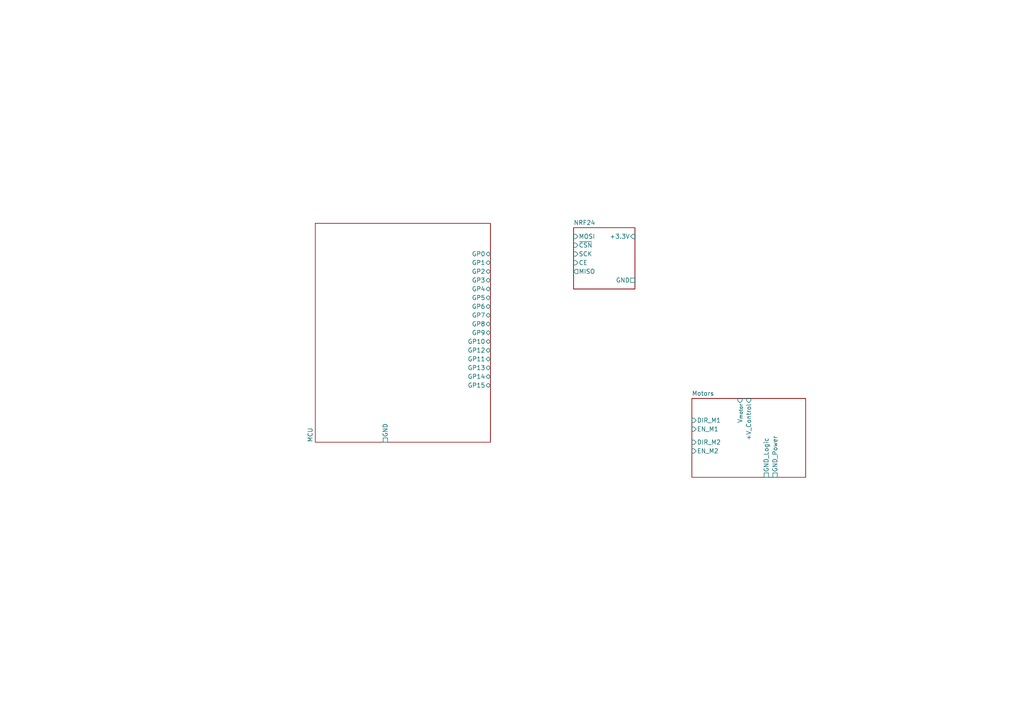
<source format=kicad_sch>
(kicad_sch (version 20231120) (generator "eeschema") (generator_version "8.0")
  (paper "A4")
  (title_block (title "Main interface") (date "2024-08-29") (rev "1.0") (company "Designed by CREPP-NLG"))
  (lib_symbols
    (symbol "CREPP_Spacers:Spacer_M3_Parametric"
      (property "Reference" "S" (at 0 0 0))
      (symbol "Spacer_M3_Parametric_0_1"
        (circle (center 0 0) (radius 2.54))
        (circle (center 0 0) (radius 3.81))
      )
      (symbol "Spacer_M3_Parametric_1_1"
        (text "M3_${FOOTPRINT_NAME}" (at 0.508 -4.826 0) (effects (font (size 1.27 1.27))))
      )
    )
    (symbol "Connector:Conn_01x04_Socket" (pin_names (offset 1.016) hide)
      (property "Reference" "J" (at 0 5.08 0))
      (property "Value" "Conn_01x04_Socket" (at 0 -7.62 0))
      (symbol "Conn_01x04_Socket_1_1"
        (arc (start 0 -4.572) (mid -0.5058 -5.08) (end 0 -5.588) (stroke (width 0.1524)))
        (arc (start 0 -2.032) (mid -0.5058 -2.54) (end 0 -3.048) (stroke (width 0.1524)))
        (polyline (pts (xy -1.27 -5.08) (xy -0.508 -5.08)) (stroke (width 0.1524)))
        (polyline (pts (xy -1.27 -2.54) (xy -0.508 -2.54)) (stroke (width 0.1524)))
        (polyline (pts (xy -1.27 0) (xy -0.508 0)) (stroke (width 0.1524)))
        (polyline (pts (xy -1.27 2.54) (xy -0.508 2.54)) (stroke (width 0.1524)))
        (arc (start 0 0.508) (mid -0.5058 0) (end 0 -0.508) (stroke (width 0.1524)))
        (arc (start 0 3.048) (mid -0.5058 2.54) (end 0 2.032) (stroke (width 0.1524)))
        (pin passive line (at -5.08 2.54 0) (length 3.81) (name "Pin_1") (number "1"))
        (pin passive line (at -5.08 0 0) (length 3.81) (name "Pin_2") (number "2"))
        (pin passive line (at -5.08 -2.54 0) (length 3.81) (name "Pin_3") (number "3"))
        (pin passive line (at -5.08 -5.08 0) (length 3.81) (name "Pin_4") (number "4"))
      )
    )
    (symbol "Device:LED" (pin_numbers hide) (pin_names (offset 1.016) hide)
      (property "Reference" "D" (at 0 2.54 0))
      (property "Value" "LED" (at 0 -2.54 0))
      (symbol "LED_0_1"
        (polyline (pts (xy -1.27 -1.27) (xy -1.27 1.27)) (stroke (width 0.254)))
        (polyline (pts (xy -1.27 0) (xy 1.27 0)))
        (polyline (pts (xy 1.27 -1.27) (xy 1.27 1.27) (xy -1.27 0) (xy 1.27 -1.27)) (stroke (width 0.254)))
        (polyline (pts (xy -3.048 -0.762) (xy -4.572 -2.286) (xy -3.81 -2.286) (xy -4.572 -2.286) (xy -4.572 -1.524)))
        (polyline (pts (xy -1.778 -0.762) (xy -3.302 -2.286) (xy -2.54 -2.286) (xy -3.302 -2.286) (xy -3.302 -1.524)))
      )
      (symbol "LED_1_1"
        (pin passive line (at -3.81 0 0) (length 2.54) (name "K") (number "1"))
        (pin passive line (at 3.81 0 180) (length 2.54) (name "A") (number "2"))
      )
    )
    (symbol "Device:R" (pin_numbers hide) (pin_names (offset 0))
      (property "Reference" "R" (at 2.032 0 90))
      (property "Value" "R" (at 0 0 90))
      (symbol "R_0_1"
        (rectangle (start -1.016 -2.54) (end 1.016 2.54) (stroke (width 0.254)))
      )
      (symbol "R_1_1"
        (pin passive line (at 0 3.81 270) (length 1.27) (name "~") (number "1"))
        (pin passive line (at 0 -3.81 90) (length 1.27) (name "~") (number "2"))
      )
    )
    (symbol "Mechanical:MountingHole" (pin_names (offset 1.016)) (exclude_from_sim yes) (in_bom no)
      (property "Reference" "H" (at 0 5.08 0))
      (property "Value" "MountingHole" (at 0 3.175 0))
      (symbol "MountingHole_0_1"
        (circle (center 0 0) (radius 1.27) (stroke (width 1.27)))
      )
    )
    (symbol "power:+3.3V" (power) (pin_numbers hide) (pin_names (offset 0) hide)
      (property "Value" "+3.3V" (at 0 3.556 0))
      (symbol "+3.3V_0_1"
        (polyline (pts (xy -0.762 1.27) (xy 0 2.54)))
        (polyline (pts (xy 0 0) (xy 0 2.54)))
        (polyline (pts (xy 0 2.54) (xy 0.762 1.27)))
      )
      (symbol "+3.3V_1_1"
        (pin power_in line (at 0 0 90) (length 0) (name "~") (number "1"))
      )
    )
    (symbol "power:GND" (power) (pin_numbers hide) (pin_names (offset 0) hide)
      (property "Value" "GND" (at 0 -3.81 0))
      (symbol "GND_0_1"
        (polyline (pts (xy 0 0) (xy 0 -1.27) (xy 1.27 -1.27) (xy 0 -2.54) (xy -1.27 -1.27) (xy 0 -1.27)))
      )
      (symbol "GND_1_1"
        (pin power_in line (at 0 0 270) (length 0) (name "~") (number "1"))
      )
    )
    (symbol "power:PWR_FLAG" (power) (pin_numbers hide) (pin_names (offset 0) hide)
      (property "Value" "PWR_FLAG" (at 0 3.81 0))
      (symbol "PWR_FLAG_0_0"
        (pin power_out line (at 0 0 90) (length 0) (name "~") (number "1"))
      )
      (symbol "PWR_FLAG_0_1"
        (polyline (pts (xy 0 0) (xy 0 1.27) (xy -1.016 1.905) (xy 0 2.54) (xy 1.016 1.905) (xy 0 1.27)))
      )
    )
  )
  (junction (at 360.68 67.31))
  (junction (at 427.99 35.56))
  (junction (at 441.96 162.56))
  (junction (at 330.2 152.4))
  (no_connect (at 419.1 46.99))
  (no_connect (at 419.1 49.53))
  (wire (pts (xy 330.2 151.13) (xy 330.2 152.4)))
  (wire (pts (xy 440.69 162.56) (xy 441.96 162.56)))
  (wire (pts (xy 452.12 71.12) (xy 453.39 71.12)))
  (wire (pts (xy 398.78 163.83) (xy 410.21 163.83)))
  (bus (pts (xy 360.68 92.71) (xy 360.68 67.31)))
  (wire (pts (xy 406.4 161.29) (xy 410.21 161.29)))
  (wire (pts (xy 318.77 55.88) (xy 321.31 55.88)))
  (wire (pts (xy 398.78 161.29) (xy 398.78 163.83)))
  (wire (pts (xy 419.1 59.69) (xy 425.45 59.69)))
  (wire (pts (xy 327.66 99.06) (xy 328.93 99.06)))
  (wire (pts (xy 452.12 59.69) (xy 453.39 59.69)))
  (wire (pts (xy 318.77 52.07) (xy 321.31 52.07)))
  (wire (pts (xy 327.66 92.71) (xy 328.93 92.71)))
  (wire (pts (xy 441.96 50.8) (xy 443.23 50.8)))
  (wire (pts (xy 420.37 52.07) (xy 419.1 52.07)))
  (bus (pts (xy 346.71 41.91) (xy 360.68 41.91)))
  (wire (pts (xy 419.1 67.31) (xy 425.45 67.31)))
  (wire (pts (xy 440.69 165.1) (xy 443.23 165.1)))
  (wire (pts (xy 317.5 41.91) (xy 321.31 41.91)))
  (wire (pts (xy 441.96 162.56) (xy 443.23 162.56)))
  (wire (pts (xy 435.61 33.02) (xy 435.61 35.56)))
  (wire (pts (xy 419.1 54.61) (xy 421.64 54.61)))
  (wire (pts (xy 408.94 167.64) (xy 410.21 167.64)))
  (wire (pts (xy 420.37 46.99) (xy 420.37 52.07)))
  (wire (pts (xy 330.2 135.89) (xy 330.2 128.27)))
  (wire (pts (xy 452.12 63.5) (xy 453.39 63.5)))
  (wire (pts (xy 421.64 54.61) (xy 421.64 49.53)))
  (wire (pts (xy 419.1 64.77) (xy 425.45 64.77)))
  (wire (pts (xy 419.1 33.02) (xy 421.64 33.02)))
  (bus (pts (xy 346.71 67.31) (xy 360.68 67.31)))
  (bus (pts (xy 360.68 41.91) (xy 360.68 67.31)))
  (wire (pts (xy 419.1 62.23) (xy 425.45 62.23)))
  (wire (pts (xy 346.71 99.06) (xy 349.25 99.06)))
  (wire (pts (xy 327.66 152.4) (xy 330.2 152.4)))
  (wire (pts (xy 327.66 95.25) (xy 328.93 95.25)))
  (wire (pts (xy 330.2 152.4) (xy 330.2 153.67)))
  (wire (pts (xy 421.64 49.53) (xy 425.45 49.53)))
  (wire (pts (xy 408.94 170.18) (xy 410.21 170.18)))
  (wire (pts (xy 441.96 167.64) (xy 443.23 167.64)))
  (bus (pts (xy 346.71 92.71) (xy 360.68 92.71)))
  (wire (pts (xy 425.45 46.99) (xy 420.37 46.99)))
  (wire (pts (xy 320.04 44.45) (xy 321.31 44.45)))
  (wire (pts (xy 419.1 35.56) (xy 427.99 35.56)))
  (wire (pts (xy 427.99 35.56) (xy 435.61 35.56)))
  (wire (pts (xy 427.99 35.56) (xy 427.99 33.02)))
  (wire (pts (xy 419.1 44.45) (xy 425.45 44.45)))
  (label "LDR" (at 349.25 99.06 0))
  (label "POT" (at 453.39 63.5 0))
  (label "GND" (at 441.96 167.64 180))
  (symbol (lib_id "Device:R") (at 330.2 147.32 0) (unit 1)
    (property "Reference" "R5" (at 332.74 146.05 0) (effects (justify left)))
    (property "Value" "270" (at 332.74 148.59 0) (effects (justify left)))
    (property "Footprint" "Resistor_THT:R_Axial_DIN0207_L6.3mm_D2.5mm_P10.16mm_Horizontal" (effects (hide yes)))
  )
  (symbol (lib_id "CREPP_Spacers:Spacer_M3_Parametric") (at 510.54 157.48 0) (unit 1)
    (property "Reference" "S1" (at 523.24 157.8637 0) (effects (justify left)))
    (property "Value" "~" (at 523.24 159.7688 0) (effects (justify left)))
    (property "Footprint" "CREPP_Spacers:Spacer_M3_FF_20mm" (effects (hide yes)))
  )
  (symbol (lib_id "power:PWR_FLAG") (at 327.66 152.4 90) (unit 1)
    (property "Reference" "#FLG02" (effects (hide yes)))
    (property "Value" "PWR_FLAG" (at 323.85 152.3999 90) (effects (justify left)))
    (property "Description" "Special symbol for telling ERC where power comes from" (effects (hide yes)))
  )
  (symbol (lib_id "Connector:Conn_01x04_Socket") (at 523.24 66.04 0) (unit 1)
    (property "Reference" "J20" (at 524.51 66.0399 0) (effects (justify left)))
    (property "Value" "ST_PH_B4B-PH-K_1x04_P2.00mm" (at 524.51 68.5799 0) (effects (justify left)))
    (property "Footprint" "Connector_JST:JST_PH_B4B-PH-K_1x04_P2.00mm_Vertical" (effects (hide yes)))
    (property "Description" "Generic connector, single row, 01x04, script generated" (effects (hide yes)))
  )
  (symbol (lib_id "power:+3.3V") (at 327.66 92.71 90) (unit 1)
    (property "Reference" "#PWR025" (effects (hide yes)))
    (property "Value" "+3.3V" (at 323.85 92.7099 90) (effects (justify left)))
    (property "Description" "Power symbol creates a global label with name \"+3.3V\"" (effects (hide yes)))
  )
  (symbol (lib_id "Mechanical:MountingHole") (at 499.11 123.19 0) (unit 1) (exclude_from_sim yes) (in_bom no)
    (property "Reference" "H2" (at 501.65 121.9199 0) (effects (justify left)))
    (property "Value" "MountingHole" (at 501.65 124.4599 0) (effects (justify left)))
    (property "Footprint" "MountingHole:MountingHole_3.2mm_M3" (effects (hide yes)))
    (property "Description" "Mounting Hole without connection" (effects (hide yes)))
  )
  (symbol (lib_id "power:GND") (at 327.66 99.06 270) (unit 1)
    (property "Reference" "#PWR014" (effects (hide yes)))
    (property "Value" "GND" (at 323.85 99.0599 90) (effects (justify right)))
    (property "Description" "Power symbol creates a global label with name \"GND\" , ground" (effects (hide yes)))
  )
  (symbol (lib_id "power:+3.3V") (at 327.66 95.25 90) (unit 1)
    (property "Reference" "#PWR023" (effects (hide yes)))
    (property "Value" "+5V" (at 323.85 95.2499 90) (effects (justify left)))
    (property "Description" "Power symbol creates a global label with name \"+3.3V\"" (effects (hide yes)))
  )
  (symbol (lib_id "CREPP_Spacers:Spacer_M3_Parametric") (at 514.35 186.69 0) (unit 1)
    (property "Reference" "S3" (at 527.05 187.0737 0) (effects (justify left)))
    (property "Value" "~" (at 527.05 188.9788 0) (effects (justify left)))
    (property "Footprint" "CREPP_Spacers:Spacer_M3_FF_20mm" (effects (hide yes)))
  )
  (symbol (lib_id "power:GND") (at 443.23 50.8 90) (unit 1)
    (property "Reference" "#PWR016" (effects (hide yes)))
    (property "Value" "GND" (at 447.04 50.7999 90) (effects (justify right)))
    (property "Description" "Power symbol creates a global label with name \"GND\" , ground" (effects (hide yes)))
  )
  (symbol (lib_id "power:GND") (at 320.04 44.45 270) (unit 1)
    (property "Reference" "#PWR011" (effects (hide yes)))
    (property "Value" "GND" (at 316.23 44.4499 90) (effects (justify right)))
    (property "Description" "Power symbol creates a global label with name \"GND\" , ground" (effects (hide yes)))
  )
  (symbol (lib_id "power:+3.3V") (at 398.78 161.29 0) (unit 1)
    (property "Reference" "#PWR021" (effects (hide yes)))
    (property "Value" "+3.3V" (at 398.78 156.21 0))
    (property "Description" "Power symbol creates a global label with name \"+3.3V\"" (effects (hide yes)))
  )
  (symbol (lib_id "power:+3.3V") (at 421.64 33.02 0) (unit 1)
    (property "Reference" "#PWR06" (effects (hide yes)))
    (property "Value" "+5V" (at 421.64 27.94 0))
    (property "Description" "Power symbol creates a global label with name \"+3.3V\"" (effects (hide yes)))
  )
  (symbol (lib_id "power:GND") (at 330.2 153.67 0) (unit 1)
    (property "Reference" "#PWR02" (effects (hide yes)))
    (property "Value" "GND" (at 330.1999 157.48 90) (effects (justify right)))
    (property "Description" "Power symbol creates a global label with name \"GND\" , ground" (effects (hide yes)))
  )
  (symbol (lib_id "power:+3.3V") (at 427.99 33.02 0) (unit 1)
    (property "Reference" "#PWR05" (effects (hide yes)))
    (property "Value" "+3.3V" (at 427.99 27.94 0))
    (property "Description" "Power symbol creates a global label with name \"+3.3V\"" (effects (hide yes)))
  )
  (symbol (lib_id "power:+3.3V") (at 453.39 59.69 0) (unit 1)
    (property "Reference" "#PWR020" (effects (hide yes)))
    (property "Value" "+3.3V" (at 453.39 54.61 0))
    (property "Description" "Power symbol creates a global label with name \"+3.3V\"" (effects (hide yes)))
  )
  (symbol (lib_id "power:GND") (at 408.94 170.18 270) (unit 1)
    (property "Reference" "#PWR022" (effects (hide yes)))
    (property "Value" "GND_POWER" (at 405.13 170.1799 90) (effects (justify right)))
    (property "Description" "Power symbol creates a global label with name \"GND\" , ground" (effects (hide yes)))
  )
  (symbol (lib_id "CREPP_Spacers:Spacer_M3_Parametric") (at 514.35 201.93 0) (unit 1)
    (property "Reference" "S4" (at 527.05 202.3137 0) (effects (justify left)))
    (property "Value" "~" (at 527.05 204.2188 0) (effects (justify left)))
    (property "Footprint" "CREPP_Spacers:Spacer_M3_FF_20mm" (effects (hide yes)))
  )
  (symbol (lib_id "power:PWR_FLAG") (at 441.96 162.56 0) (unit 1)
    (property "Reference" "#FLG03" (effects (hide yes)))
    (property "Value" "PWR_FLAG" (effects (hide yes)))
    (property "Description" "Special symbol for telling ERC where power comes from" (effects (hide yes)))
  )
  (symbol (lib_id "power:GND") (at 408.94 167.64 270) (unit 1)
    (property "Reference" "#PWR017" (effects (hide yes)))
    (property "Value" "GND" (at 405.13 167.6399 90) (effects (justify right)))
    (property "Description" "Power symbol creates a global label with name \"GND\" , ground" (effects (hide yes)))
  )
  (symbol (lib_id "Device:LED") (at 330.2 139.7 90) (unit 1)
    (property "Reference" "D4" (at 334.01 140.0175 90) (effects (justify right)))
    (property "Value" "LED" (at 334.01 142.5575 90) (effects (justify right)))
    (property "Footprint" "LED_THT:LED_D5.0mm" (effects (hide yes)))
  )
  (symbol (lib_id "power:PWR_FLAG") (at 435.61 33.02 0) (unit 1)
    (property "Reference" "#FLG01" (effects (hide yes)))
    (property "Value" "PWR_FLAG" (at 435.61 27.94 0))
    (property "Description" "Special symbol for telling ERC where power comes from" (effects (hide yes)))
  )
  (symbol (lib_id "power:GND") (at 453.39 71.12 90) (unit 1)
    (property "Reference" "#PWR015" (effects (hide yes)))
    (property "Value" "GND" (at 457.2 71.1199 90) (effects (justify right)))
    (property "Description" "Power symbol creates a global label with name \"GND\" , ground" (effects (hide yes)))
  )
  (symbol (lib_id "power:+3.3V") (at 406.4 161.29 0) (unit 1)
    (property "Reference" "#PWR024" (effects (hide yes)))
    (property "Value" "+5V" (at 406.4 156.21 0))
    (property "Description" "Power symbol creates a global label with name \"+3.3V\"" (effects (hide yes)))
  )
  (symbol (lib_id "power:+3.3V") (at 318.77 52.07 0) (unit 1)
    (property "Reference" "#PWR09" (effects (hide yes)))
    (property "Value" "+3.3V" (at 316.992 48.006 0))
    (property "Description" "Power symbol creates a global label with name \"+3.3V\"" (effects (hide yes)))
  )
  (symbol (lib_id "Mechanical:MountingHole") (at 499.11 130.81 0) (unit 1) (exclude_from_sim yes) (in_bom no)
    (property "Reference" "H4" (at 501.65 129.5399 0) (effects (justify left)))
    (property "Value" "MountingHole" (at 501.65 132.0799 0) (effects (justify left)))
    (property "Footprint" "MountingHole:MountingHole_3.2mm_M3" (effects (hide yes)))
    (property "Description" "Mounting Hole without connection" (effects (hide yes)))
  )
  (symbol (lib_id "power:GND") (at 326.39 83.82 270) (unit 1)
    (property "Reference" "#PWR018" (effects (hide yes)))
    (property "Value" "GND" (effects (hide yes)))
    (property "Description" "Power symbol creates a global label with name \"GND\" , ground" (effects (hide yes)))
  )
  (symbol (lib_id "Mechanical:MountingHole") (at 476.25 130.81 0) (unit 1) (exclude_from_sim yes) (in_bom no)
    (property "Reference" "H3" (at 478.79 129.5399 0) (effects (justify left)))
    (property "Value" "MountingHole" (at 478.79 132.0799 0) (effects (justify left)))
    (property "Footprint" "MountingHole:MountingHole_3.2mm_M3" (effects (hide yes)))
    (property "Description" "Mounting Hole without connection" (effects (hide yes)))
  )
  (symbol (lib_id "power:+3.3V") (at 317.5 41.91 0) (unit 1)
    (property "Reference" "#PWR08" (effects (hide yes)))
    (property "Value" "+3.3V" (at 317.5 36.83 0))
    (property "Description" "Power symbol creates a global label with name \"+3.3V\"" (effects (hide yes)))
  )
  (symbol (lib_id "Mechanical:MountingHole") (at 476.25 123.19 0) (unit 1) (exclude_from_sim yes) (in_bom no)
    (property "Reference" "H1" (at 478.79 121.9199 0) (effects (justify left)))
    (property "Value" "MountingHole" (at 478.79 124.4599 0) (effects (justify left)))
    (property "Footprint" "MountingHole:MountingHole_3.2mm_M3" (effects (hide yes)))
    (property "Description" "Mounting Hole without connection" (effects (hide yes)))
  )
  (symbol (lib_id "Connector:Conn_01x04_Socket") (at 523.24 77.47 0) (unit 1)
    (property "Reference" "J31" (at 524.51 77.4699 0) (effects (justify left)))
    (property "Value" "ST_PH_B4B-PH-K_1x04_P2.00mm" (at 524.51 80.0099 0) (effects (justify left)))
    (property "Footprint" "Connector_JST:JST_PH_B4B-PH-K_1x04_P2.00mm_Vertical" (effects (hide yes)))
    (property "Description" "Generic connector, single row, 01x04, script generated" (effects (hide yes)))
  )
  (symbol (lib_id "power:GND") (at 318.77 55.88 270) (unit 1)
    (property "Reference" "#PWR010" (effects (hide yes)))
    (property "Value" "GND" (at 314.96 55.8799 90) (effects (justify right)))
    (property "Description" "Power symbol creates a global label with name \"GND\" , ground" (effects (hide yes)))
  )
  (symbol (lib_id "power:+3.3V") (at 330.2 128.27 0) (unit 1)
    (property "Reference" "#PWR07" (effects (hide yes)))
    (property "Value" "+5V" (at 330.2 123.19 0))
    (property "Description" "Power symbol creates a global label with name \"+3.3V\"" (effects (hide yes)))
  )
  (symbol (lib_id "power:+3.3V") (at 440.69 165.1 90) (unit 1)
    (property "Reference" "#PWR01" (effects (hide yes)))
    (property "Value" "+3.3V" (at 436.88 165.0999 90) (effects (justify left)))
    (property "Description" "Power symbol creates a global label with name \"+3.3V\"" (effects (hide yes)))
  )
  (symbol (lib_id "power:+3.3V") (at 440.69 162.56 90) (unit 1)
    (property "Reference" "#PWR03" (effects (hide yes)))
    (property "Value" "+5V" (at 436.88 162.5599 90) (effects (justify left)))
    (property "Description" "Power symbol creates a global label with name \"+3.3V\"" (effects (hide yes)))
  )
  (symbol (lib_id "CREPP_Spacers:Spacer_M3_Parametric") (at 511.81 171.45 0) (unit 1)
    (property "Reference" "S2" (at 524.51 171.8337 0) (effects (justify left)))
    (property "Value" "~" (at 524.51 173.7388 0) (effects (justify left)))
    (property "Footprint" "CREPP_Spacers:Spacer_M3_FF_20mm" (effects (hide yes)))
  )
  (sheet (at 166.37 66.04) (size 17.78 17.78) (stroke (width 0.1524))
    (property "Sheetname" "NRF24" (at 166.37 65.3284 0) (effects (justify left bottom)))
    (property "Sheetfile" "Modules/NRF24.kicad_sch" (effects (hide yes)))
    (pin "GND" passive (at 184.15 81.28 0))
    (pin "+3.3V" input (at 184.15 68.58 0))
    (pin "MOSI" input (at 166.37 68.58 180))
    (pin "~{CSN}" input (at 166.37 71.12 180))
    (pin "SCK" input (at 166.37 73.66 180))
    (pin "CE" input (at 166.37 76.2 180))
    (pin "MISO" output (at 166.37 78.74 180))
  )
  (sheet (at 328.93 91.44) (size 17.78 17.78) (stroke (width 0.1524))
    (property "Sheetname" "Sensors" (at 328.93 90.7284 0) (effects (justify left bottom)))
    (property "Sheetfile" "Modules/Sensors.kicad_sch" (effects (hide yes)))
    (pin "GND" passive (at 328.93 99.06 180))
    (pin "+3.3V" input (at 328.93 92.71 180))
    (pin "V_{LDR}" output (at 346.71 99.06 0))
    (pin "+5V" input (at 328.93 95.25 180))
    (pin "{I2C}" input (at 346.71 92.71 0))
  )
  (sheet (at 443.23 158.75) (size 13.97 12.7) (stroke (width 0.1524))
    (property "Sheetname" "PCB_Interface" (at 443.23 158.0384 0) (effects (justify left bottom)))
    (property "Sheetfile" "Modules/PCB_Interface.kicad_sch" (effects (hide yes)))
    (pin "GND" passive (at 443.23 167.64 180))
    (pin "+3.3V" input (at 443.23 165.1 180))
    (pin "+5V" input (at 443.23 162.56 180))
  )
  (sheet (at 321.31 49.53) (size 25.4 8.89) (stroke (width 0.1524))
    (property "Sheetname" "RTC" (at 321.31 48.8184 0) (effects (justify left bottom)))
    (property "Sheetfile" "Modules/RTC.kicad_sch" (effects (hide yes)))
    (pin "+3.3V" input (at 321.31 52.07 180))
    (pin "GND" passive (at 321.31 55.88 180))
    (pin "{SPI}" input (at 346.71 52.07 0))
  )
  (sheet (at 342.9 113.03) (size 17.78 17.78) (stroke (width 0.1524))
    (property "Sheetname" "IMU" (at 342.9 112.3184 0) (effects (justify left bottom)))
    (property "Sheetfile" "Modules/IMU.kicad_sch" (effects (hide yes)))
    (pin "GND" passive (at 342.9 120.65 180))
    (pin "+3.3V" input (at 342.9 114.3 180))
    (pin "V_{LDR}" output (at 360.68 120.65 0))
    (pin "+5V" input (at 342.9 116.84 180))
    (pin "{I2C}" input (at 360.68 114.3 0))
  )
  (sheet (at 321.31 39.37) (size 25.4 7.62) (stroke (width 0.1524))
    (property "Sheetname" "OLED" (at 321.31 38.6584 0) (effects (justify left bottom)))
    (property "Sheetfile" "Modules/OLED.kicad_sch" (effects (hide yes)))
    (pin "{I2C}" input (at 346.71 41.91 0))
    (pin "GND" passive (at 321.31 44.45 180))
    (pin "+3.3V" input (at 321.31 41.91 180))
  )
  (sheet (at 425.45 57.15) (size 26.67 15.24) (stroke (width 0.1524))
    (property "Sheetname" "UserActions" (at 425.45 56.4384 0) (effects (justify left bottom)))
    (property "Sheetfile" "Modules/UserActions.kicad_sch" (effects (hide yes)))
    (pin "GND" passive (at 452.12 71.12 0))
    (pin "PB_RIGHT" output (at 425.45 59.69 180))
    (pin "PB_UP" output (at 425.45 62.23 180))
    (pin "PB_DOWN" output (at 425.45 64.77 180))
    (pin "PB_LEFT" output (at 425.45 67.31 180))
    (pin "+3.3V" input (at 452.12 59.69 0))
    (pin "POT" output (at 452.12 63.5 0))
  )
  (sheet (at 481.33 52.07) (size 25.4 17.78) (stroke (width 0.1524))
    (property "Sheetname" "I2C_Interface" (at 481.33 51.3584 0) (effects (justify left bottom)))
    (property "Sheetfile" "Modules/I2C_Interface.kicad_sch" (effects (hide yes)))
    (pin "+3.3V" input (at 506.73 53.34 0))
    (pin "+5V" input (at 506.73 55.88 0))
    (pin "{I2C}" input (at 481.33 55.88 180))
    (pin "GND" input (at 492.76 69.85 270))
  )
  (sheet (at 514.35 29.21) (size 25.4 13.97) (stroke (width 0.1524))
    (property "Sheetname" "MOSFET" (at 514.35 28.4984 0) (effects (justify left bottom)))
    (property "Sheetfile" "Modules/MOSFET.kicad_sch" (effects (hide yes)))
    (pin "+3.3V" input (at 514.35 33.02 180))
    (pin "MOSFET" input (at 514.35 36.83 180))
    (pin "GND_Power" passive (at 539.75 40.64 0))
    (pin "GND" passive (at 514.35 40.64 180))
  )
  (sheet (at 410.21 158.75) (size 12.7 12.7) (stroke (width 0.1524))
    (property "Sheetname" "Power" (at 410.21 158.0384 0) (effects (justify left bottom)))
    (property "Sheetfile" "Modules/Power.kicad_sch" (effects (hide yes)))
    (pin "+3.3V" input (at 410.21 163.83 180))
    (pin "GND" passive (at 410.21 167.64 180))
    (pin "+5V" input (at 410.21 161.29 180))
    (pin "GND_PWR" passive (at 410.21 170.18 180))
  )
  (sheet (at 91.44 64.77) (size 50.8 63.5) (stroke (width 0.1524))
    (property "Sheetname" "MCU" (at 90.7284 128.27 90) (effects (justify left bottom)))
    (property "Sheetfile" "Modules/MCU.kicad_sch" (effects (hide yes)))
    (pin "GND" passive (at 111.76 128.27 270))
    (pin "GP3" bidirectional (at 142.24 81.28 0))
    (pin "GP2" bidirectional (at 142.24 78.74 0))
    (pin "GP0" bidirectional (at 142.24 73.66 0))
    (pin "GP1" bidirectional (at 142.24 76.2 0))
    (pin "GP4" bidirectional (at 142.24 83.82 0))
    (pin "GP5" bidirectional (at 142.24 86.36 0))
    (pin "GP6" bidirectional (at 142.24 88.9 0))
    (pin "GP7" bidirectional (at 142.24 91.44 0))
    (pin "GP8" bidirectional (at 142.24 93.98 0))
    (pin "GP9" bidirectional (at 142.24 96.52 0))
    (pin "GP10" bidirectional (at 142.24 99.06 0))
    (pin "GP12" bidirectional (at 142.24 101.6 0))
    (pin "GP11" bidirectional (at 142.24 104.14 0))
    (pin "GP13" bidirectional (at 142.24 106.68 0))
    (pin "GP14" bidirectional (at 142.24 109.22 0))
    (pin "GP15" bidirectional (at 142.24 111.76 0))
  )
  (sheet (at 200.66 115.57) (size 33.02 22.86) (stroke (width 0.1524))
    (property "Sheetname" "Motors" (at 200.66 114.8584 0) (effects (justify left bottom)))
    (property "Sheetfile" "Modules/Motors.kicad_sch" (effects (hide yes)))
    (pin "V_{motor}" input (at 214.63 115.57 90))
    (pin "EN_M1" input (at 200.66 124.46 180))
    (pin "DIR_M2" input (at 200.66 128.27 180))
    (pin "DIR_M1" input (at 200.66 121.92 180))
    (pin "+V_Control" input (at 217.17 115.57 90))
    (pin "EN_M2" input (at 200.66 130.81 180))
    (pin "GND_Power" passive (at 224.79 138.43 270))
    (pin "GND_Logic" passive (at 222.25 138.43 270))
  )
  (sheet (at 425.45 41.91) (size 16.51 11.43) (stroke (width 0.1524))
    (property "Sheetname" "LED" (at 425.45 41.1984 0) (effects (justify left bottom)))
    (property "Sheetfile" "Modules/LED.kicad_sch" (effects (hide yes)))
    (pin "GREEN" input (at 425.45 49.53 180))
    (pin "ORANGE_LED" input (at 425.45 46.99 180))
    (pin "RED_LED" input (at 425.45 44.45 180))
    (pin "GND" passive (at 441.96 50.8 0))
  )
)
</source>
